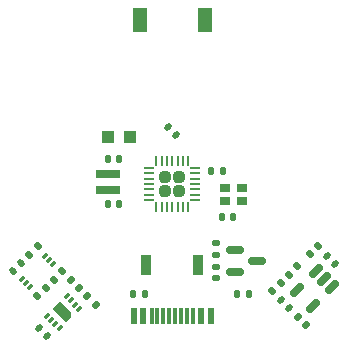
<source format=gbr>
%TF.GenerationSoftware,KiCad,Pcbnew,(6.0.4)*%
%TF.CreationDate,2023-03-17T17:22:40+08:00*%
%TF.ProjectId,ch573beacon,63683537-3362-4656-9163-6f6e2e6b6963,rev?*%
%TF.SameCoordinates,Original*%
%TF.FileFunction,Paste,Top*%
%TF.FilePolarity,Positive*%
%FSLAX46Y46*%
G04 Gerber Fmt 4.6, Leading zero omitted, Abs format (unit mm)*
G04 Created by KiCad (PCBNEW (6.0.4)) date 2023-03-17 17:22:40*
%MOMM*%
%LPD*%
G01*
G04 APERTURE LIST*
G04 Aperture macros list*
%AMRoundRect*
0 Rectangle with rounded corners*
0 $1 Rounding radius*
0 $2 $3 $4 $5 $6 $7 $8 $9 X,Y pos of 4 corners*
0 Add a 4 corners polygon primitive as box body*
4,1,4,$2,$3,$4,$5,$6,$7,$8,$9,$2,$3,0*
0 Add four circle primitives for the rounded corners*
1,1,$1+$1,$2,$3*
1,1,$1+$1,$4,$5*
1,1,$1+$1,$6,$7*
1,1,$1+$1,$8,$9*
0 Add four rect primitives between the rounded corners*
20,1,$1+$1,$2,$3,$4,$5,0*
20,1,$1+$1,$4,$5,$6,$7,0*
20,1,$1+$1,$6,$7,$8,$9,0*
20,1,$1+$1,$8,$9,$2,$3,0*%
%AMRotRect*
0 Rectangle, with rotation*
0 The origin of the aperture is its center*
0 $1 length*
0 $2 width*
0 $3 Rotation angle, in degrees counterclockwise*
0 Add horizontal line*
21,1,$1,$2,0,0,$3*%
%AMFreePoly0*
4,1,14,0.318306,0.106694,0.381694,0.043306,0.400000,-0.000888,0.400000,-0.062500,0.381694,-0.106694,0.337500,-0.125000,-0.337500,-0.125000,-0.381694,-0.106694,-0.400000,-0.062500,-0.400000,0.062500,-0.381694,0.106694,-0.337500,0.125000,0.274112,0.125000,0.318306,0.106694,0.318306,0.106694,$1*%
%AMFreePoly1*
4,1,14,0.381694,0.106694,0.400000,0.062500,0.400000,0.000888,0.381694,-0.043306,0.318306,-0.106694,0.274112,-0.125000,-0.337500,-0.125000,-0.381694,-0.106694,-0.400000,-0.062500,-0.400000,0.062500,-0.381694,0.106694,-0.337500,0.125000,0.337500,0.125000,0.381694,0.106694,0.381694,0.106694,$1*%
%AMFreePoly2*
4,1,14,0.106694,0.381694,0.125000,0.337500,0.125000,-0.337500,0.106694,-0.381694,0.062500,-0.400000,-0.062500,-0.400000,-0.106694,-0.381694,-0.125000,-0.337500,-0.125000,0.274112,-0.106694,0.318306,-0.043306,0.381694,0.000888,0.400000,0.062500,0.400000,0.106694,0.381694,0.106694,0.381694,$1*%
%AMFreePoly3*
4,1,14,0.043306,0.381694,0.106694,0.318306,0.125000,0.274112,0.125000,-0.337500,0.106694,-0.381694,0.062500,-0.400000,-0.062500,-0.400000,-0.106694,-0.381694,-0.125000,-0.337500,-0.125000,0.337500,-0.106694,0.381694,-0.062500,0.400000,-0.000888,0.400000,0.043306,0.381694,0.043306,0.381694,$1*%
%AMFreePoly4*
4,1,14,0.381694,0.106694,0.400000,0.062500,0.400000,-0.062500,0.381694,-0.106694,0.337500,-0.125000,-0.274112,-0.125000,-0.318306,-0.106694,-0.381694,-0.043306,-0.400000,0.000888,-0.400000,0.062500,-0.381694,0.106694,-0.337500,0.125000,0.337500,0.125000,0.381694,0.106694,0.381694,0.106694,$1*%
%AMFreePoly5*
4,1,14,0.381694,0.106694,0.400000,0.062500,0.400000,-0.062500,0.381694,-0.106694,0.337500,-0.125000,-0.337500,-0.125000,-0.381694,-0.106694,-0.400000,-0.062500,-0.400000,-0.000888,-0.381694,0.043306,-0.318306,0.106694,-0.274112,0.125000,0.337500,0.125000,0.381694,0.106694,0.381694,0.106694,$1*%
%AMFreePoly6*
4,1,14,0.106694,0.381694,0.125000,0.337500,0.125000,-0.274112,0.106694,-0.318306,0.043306,-0.381694,-0.000888,-0.400000,-0.062500,-0.400000,-0.106694,-0.381694,-0.125000,-0.337500,-0.125000,0.337500,-0.106694,0.381694,-0.062500,0.400000,0.062500,0.400000,0.106694,0.381694,0.106694,0.381694,$1*%
%AMFreePoly7*
4,1,14,0.106694,0.381694,0.125000,0.337500,0.125000,-0.337500,0.106694,-0.381694,0.062500,-0.400000,0.000888,-0.400000,-0.043306,-0.381694,-0.106694,-0.318306,-0.125000,-0.274112,-0.125000,0.337500,-0.106694,0.381694,-0.062500,0.400000,0.062500,0.400000,0.106694,0.381694,0.106694,0.381694,$1*%
%AMFreePoly8*
4,1,6,0.450000,-0.799999,-0.450000,-0.799999,-0.450000,0.530001,-0.180000,0.800000,0.450000,0.799999,0.450000,-0.799999,0.450000,-0.799999,$1*%
G04 Aperture macros list end*
%ADD10RoundRect,0.147500X0.017678X-0.226274X0.226274X-0.017678X-0.017678X0.226274X-0.226274X0.017678X0*%
%ADD11R,0.600000X1.450000*%
%ADD12R,0.300000X1.450000*%
%ADD13R,1.200000X2.000000*%
%ADD14RotRect,0.550000X0.250000X45.000000*%
%ADD15RoundRect,0.135000X-0.035355X0.226274X-0.226274X0.035355X0.035355X-0.226274X0.226274X-0.035355X0*%
%ADD16RoundRect,0.135000X0.035355X-0.226274X0.226274X-0.035355X-0.035355X0.226274X-0.226274X0.035355X0*%
%ADD17R,0.900000X0.800000*%
%ADD18R,1.050000X1.100000*%
%ADD19RoundRect,0.140000X-0.170000X0.140000X-0.170000X-0.140000X0.170000X-0.140000X0.170000X0.140000X0*%
%ADD20RoundRect,0.135000X0.135000X0.185000X-0.135000X0.185000X-0.135000X-0.185000X0.135000X-0.185000X0*%
%ADD21RoundRect,0.140000X-0.219203X-0.021213X-0.021213X-0.219203X0.219203X0.021213X0.021213X0.219203X0*%
%ADD22RoundRect,0.147500X-0.017678X0.226274X-0.226274X0.017678X0.017678X-0.226274X0.226274X-0.017678X0*%
%ADD23RoundRect,0.140000X0.140000X0.170000X-0.140000X0.170000X-0.140000X-0.170000X0.140000X-0.170000X0*%
%ADD24RoundRect,0.135000X0.226274X0.035355X0.035355X0.226274X-0.226274X-0.035355X-0.035355X-0.226274X0*%
%ADD25R,2.000000X0.650000*%
%ADD26RoundRect,0.242500X-0.242500X-0.242500X0.242500X-0.242500X0.242500X0.242500X-0.242500X0.242500X0*%
%ADD27FreePoly0,0.000000*%
%ADD28RoundRect,0.062500X-0.337500X-0.062500X0.337500X-0.062500X0.337500X0.062500X-0.337500X0.062500X0*%
%ADD29FreePoly1,0.000000*%
%ADD30FreePoly2,0.000000*%
%ADD31RoundRect,0.062500X-0.062500X-0.337500X0.062500X-0.337500X0.062500X0.337500X-0.062500X0.337500X0*%
%ADD32FreePoly3,0.000000*%
%ADD33FreePoly4,0.000000*%
%ADD34FreePoly5,0.000000*%
%ADD35FreePoly6,0.000000*%
%ADD36FreePoly7,0.000000*%
%ADD37RoundRect,0.150000X-0.587500X-0.150000X0.587500X-0.150000X0.587500X0.150000X-0.587500X0.150000X0*%
%ADD38RoundRect,0.140000X0.170000X-0.140000X0.170000X0.140000X-0.170000X0.140000X-0.170000X-0.140000X0*%
%ADD39RotRect,0.550000X0.250000X225.000000*%
%ADD40FreePoly8,225.000000*%
%ADD41RoundRect,0.140000X-0.021213X0.219203X-0.219203X0.021213X0.021213X-0.219203X0.219203X-0.021213X0*%
%ADD42RoundRect,0.140000X-0.140000X-0.170000X0.140000X-0.170000X0.140000X0.170000X-0.140000X0.170000X0*%
%ADD43R,0.900000X1.700000*%
%ADD44RoundRect,0.135000X-0.226274X-0.035355X-0.035355X-0.226274X0.226274X0.035355X0.035355X0.226274X0*%
%ADD45RoundRect,0.150000X0.256326X0.468458X-0.468458X-0.256326X-0.256326X-0.468458X0.468458X0.256326X0*%
%ADD46RoundRect,0.135000X-0.135000X-0.185000X0.135000X-0.185000X0.135000X0.185000X-0.135000X0.185000X0*%
G04 APERTURE END LIST*
D10*
%TO.C,D1*%
X132457053Y-131042947D03*
X133142947Y-130357053D03*
%TD*%
D11*
%TO.C,J1*%
X117550000Y-136315000D03*
X118350000Y-136315000D03*
D12*
X119050000Y-136315000D03*
X120050000Y-136315000D03*
X121550000Y-136315000D03*
X122550000Y-136315000D03*
D11*
X123250000Y-136315000D03*
X124050000Y-136315000D03*
X124050000Y-136315000D03*
X123250000Y-136315000D03*
D12*
X122050000Y-136315000D03*
X121050000Y-136315000D03*
X120550000Y-136315000D03*
X119550000Y-136315000D03*
D11*
X118350000Y-136315000D03*
X117550000Y-136315000D03*
%TD*%
D13*
%TO.C,AE1*%
X118050000Y-111200000D03*
X123550000Y-111200000D03*
%TD*%
D14*
%TO.C,U1*%
X109996409Y-131158900D03*
X110349963Y-131512453D03*
X110703516Y-131866007D03*
X108758973Y-133810550D03*
X108405419Y-133456997D03*
X108051866Y-133103443D03*
%TD*%
D15*
%TO.C,R3*%
X109378752Y-134621248D03*
X110100000Y-133900000D03*
%TD*%
D16*
%TO.C,R2*%
X111507142Y-132492857D03*
X110785894Y-133214105D03*
%TD*%
D17*
%TO.C,Y2*%
X125300000Y-126550000D03*
X126700000Y-126550000D03*
X126700000Y-125450000D03*
X125300000Y-125450000D03*
%TD*%
D18*
%TO.C,Y1*%
X117205000Y-121090000D03*
X115355000Y-121090000D03*
%TD*%
D19*
%TO.C,C3*%
X124477500Y-131090000D03*
X124477500Y-130130000D03*
%TD*%
D20*
%TO.C,R6*%
X118510000Y-134400000D03*
X117490000Y-134400000D03*
%TD*%
D21*
%TO.C,C6*%
X120460589Y-120260589D03*
X121139411Y-120939411D03*
%TD*%
D22*
%TO.C,D2*%
X130685993Y-132763397D03*
X131371887Y-132077503D03*
%TD*%
D23*
%TO.C,C10*%
X125980000Y-127900000D03*
X125020000Y-127900000D03*
%TD*%
D24*
%TO.C,R5*%
X112199075Y-133204674D03*
X112920323Y-133925922D03*
%TD*%
D25*
%TO.C,L1*%
X115400000Y-124225000D03*
X115400000Y-125575000D03*
%TD*%
D21*
%TO.C,C11*%
X134578822Y-131878822D03*
X133900000Y-131200000D03*
%TD*%
D26*
%TO.C,U3*%
X121400000Y-124500000D03*
X120200000Y-125700000D03*
X121400000Y-125700000D03*
X120200000Y-124500000D03*
D27*
X118850000Y-123750000D03*
D28*
X118850000Y-124200000D03*
X118850000Y-124650000D03*
X118850000Y-125100000D03*
X118850000Y-125550000D03*
X118850000Y-126000000D03*
D29*
X118850000Y-126450000D03*
D30*
X119450000Y-127050000D03*
D31*
X119900000Y-127050000D03*
X120350000Y-127050000D03*
X120800000Y-127050000D03*
X121250000Y-127050000D03*
X121700000Y-127050000D03*
D32*
X122150000Y-127050000D03*
D33*
X122750000Y-126450000D03*
D28*
X122750000Y-126000000D03*
X122750000Y-125550000D03*
X122750000Y-125100000D03*
X122750000Y-124650000D03*
X122750000Y-124200000D03*
D34*
X122750000Y-123750000D03*
D35*
X122150000Y-123150000D03*
D31*
X121700000Y-123150000D03*
X121250000Y-123150000D03*
X120800000Y-123150000D03*
X120350000Y-123150000D03*
X119900000Y-123150000D03*
D36*
X119450000Y-123150000D03*
%TD*%
D37*
%TO.C,U2*%
X128015000Y-131610000D03*
X126140000Y-132560000D03*
X126140000Y-130660000D03*
%TD*%
D24*
%TO.C,R8*%
X131439376Y-136339376D03*
X132160624Y-137060624D03*
%TD*%
D23*
%TO.C,C7*%
X125080000Y-124000000D03*
X124120000Y-124000000D03*
%TD*%
D38*
%TO.C,C4*%
X124477500Y-132130000D03*
X124477500Y-133090000D03*
%TD*%
D39*
%TO.C,U4*%
X111269229Y-137330642D03*
X110915675Y-136977088D03*
X110562122Y-136623535D03*
X110208568Y-136269981D03*
D14*
X111870269Y-134608280D03*
D39*
X112223823Y-134961834D03*
X112577376Y-135315387D03*
X112930930Y-135668941D03*
D40*
X111569749Y-135969461D03*
%TD*%
D16*
%TO.C,R9*%
X129975350Y-133474040D03*
X129254102Y-134195288D03*
%TD*%
D41*
%TO.C,C5*%
X107278644Y-132478714D03*
X107957466Y-131799892D03*
%TD*%
D16*
%TO.C,R1*%
X109392893Y-130364466D03*
X108671645Y-131085714D03*
%TD*%
D42*
%TO.C,C2*%
X115320000Y-126800000D03*
X116280000Y-126800000D03*
%TD*%
D43*
%TO.C,SW1*%
X123000000Y-132000000D03*
X118600000Y-132000000D03*
%TD*%
D42*
%TO.C,C1*%
X115320000Y-123000000D03*
X116280000Y-123000000D03*
%TD*%
D44*
%TO.C,R4*%
X114334536Y-135340136D03*
X113613288Y-134618888D03*
%TD*%
D21*
%TO.C,C8*%
X110212104Y-138005928D03*
X109533282Y-137327106D03*
%TD*%
%TO.C,C9*%
X130668315Y-135595360D03*
X129989493Y-134916538D03*
%TD*%
D45*
%TO.C,U5*%
X132734835Y-135452170D03*
X131391333Y-134108668D03*
X133000001Y-132500000D03*
X133671752Y-133171751D03*
X134343503Y-133843502D03*
%TD*%
D46*
%TO.C,R7*%
X126290000Y-134400000D03*
X127310000Y-134400000D03*
%TD*%
M02*

</source>
